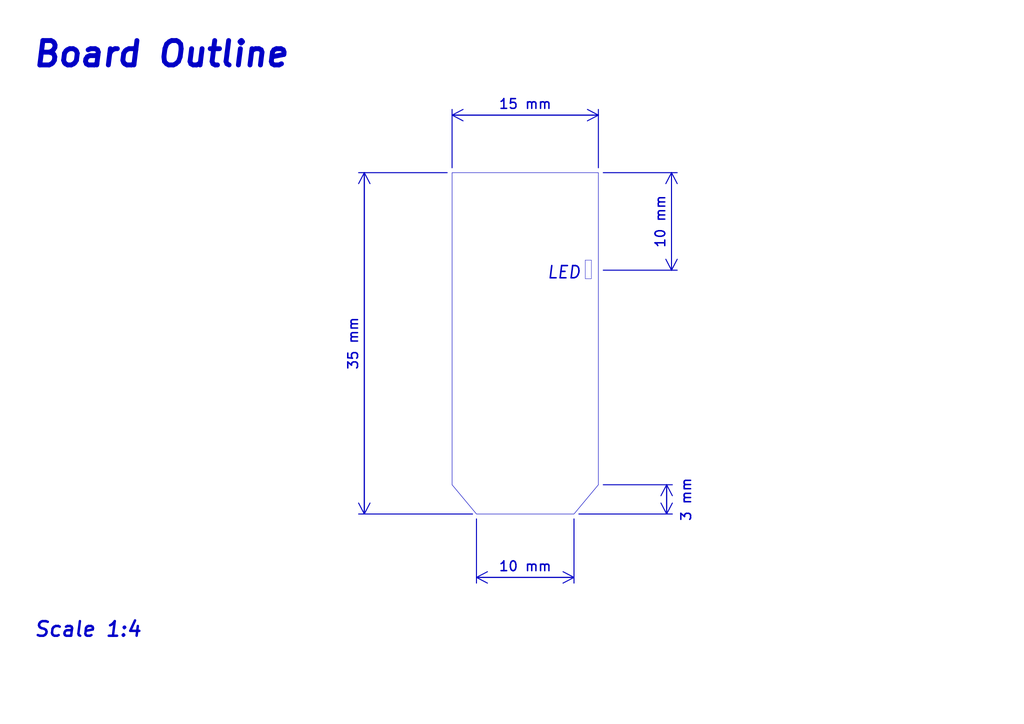
<source format=kicad_sch>
(kicad_sch
	(version 20231120)
	(generator "eeschema")
	(generator_version "8.0")
	(uuid "5e9deeaf-599d-4e37-b745-85a93f7b4bde")
	(paper "A3")
	(title_block
		(title "ESP-PROG Stick")
		(date "2024-10-31")
		(rev "2")
		(company "harexew.com // github.com/harexew")
	)
	(lib_symbols)
	(polyline
		(pts
			(xy 270.544 82.82) (xy 272.6392 82.82)
		)
		(stroke
			(width 0.5999)
			(type solid)
		)
		(uuid "02c22a79-71bc-47e1-beca-65b5746738da")
	)
	(polyline
		(pts
			(xy 144.1632 134.344) (xy 143.9728 133.9628)
		)
		(stroke
			(width 0.5999)
			(type solid)
		)
		(uuid "0485a69c-2d5e-4286-910e-30231ab303f3")
	)
	(polyline
		(pts
			(xy 280.5728 202.9152) (xy 280.7632 202.5344)
		)
		(stroke
			(width 0.5999)
			(type solid)
		)
		(uuid "04904392-2d8c-4434-a5a3-420e78a9140f")
	)
	(polyline
		(pts
			(xy 218.2772 231.5632) (xy 218.658 231.3728)
		)
		(stroke
			(width 0.5999)
			(type solid)
		)
		(uuid "07baf9e5-64ea-4c7f-a9f2-3b5bdb2f3b81")
	)
	(polyline
		(pts
			(xy 205.896 230.9916) (xy 205.5152 231.182)
		)
		(stroke
			(width 0.5999)
			(type solid)
		)
		(uuid "080e5b40-d79e-40b7-b43b-f0cdcaf07c6f")
	)
	(polyline
		(pts
			(xy 280.9536 200.4392) (xy 280.7632 200.2484)
		)
		(stroke
			(width 0.5999)
			(type solid)
		)
		(uuid "0860b261-c20f-4666-953e-955af11a72e0")
	)
	(polyline
		(pts
			(xy 269.0204 96.5344) (xy 268.8296 96.344)
		)
		(stroke
			(width 0.5999)
			(type solid)
		)
		(uuid "087e7843-9565-4744-bcc1-c5871c3a15a2")
	)
	(polyline
		(pts
			(xy 281.144 204.058) (xy 280.7632 203.8676)
		)
		(stroke
			(width 0.5999)
			(type solid)
		)
		(uuid "08b56f89-23d8-49cf-9d6f-20fe6ee9c48d")
	)
	(polyline
		(pts
			(xy 211.42 44.0584) (xy 211.2296 44.2488)
		)
		(stroke
			(width 0.5999)
			(type solid)
		)
		(uuid "08cb92ba-9feb-4474-b22e-a19329e33467")
	)
	(polyline
		(pts
			(xy 217.896 41.9632) (xy 218.0868 42.344)
		)
		(stroke
			(width 0.5999)
			(type solid)
		)
		(uuid "0b1e3367-7429-46f5-812d-38b08193b8c0")
	)
	(polyline
		(pts
			(xy 143.9728 133.3916) (xy 144.1632 133.0104)
		)
		(stroke
			(width 0.5999)
			(type solid)
		)
		(uuid "0cb01759-4451-4761-9d86-d07d8944cc5c")
	)
	(polyline
		(pts
			(xy 269.9728 87.582) (xy 269.9728 87.0104)
		)
		(stroke
			(width 0.5999)
			(type solid)
		)
		(uuid "0da28ee9-4b49-4d0a-9732-a1ea61f77963")
	)
	(polyline
		(pts
			(xy 219.2296 41.7729) (xy 219.6104 41.9632)
		)
		(stroke
			(width 0.5999)
			(type solid)
		)
		(uuid "0dad1f37-650c-495d-8ed6-e5fcd394835f")
	)
	(polyline
		(pts
			(xy 142.6392 144.82) (xy 142.6392 146.7248)
		)
		(stroke
			(width 0.5999)
			(type solid)
		)
		(uuid "0e8317a6-0e86-42cc-a055-609f919adcf5")
	)
	(polyline
		(pts
			(xy 211.0392 233.8488) (xy 210.658 234.0392)
		)
		(stroke
			(width 0.5999)
			(type solid)
		)
		(uuid "0e9073ae-ef68-4b4a-82ef-60a2822c1905")
	)
	(polyline
		(pts
			(xy 219.2296 231.3728) (xy 219.6104 231.5632)
		)
		(stroke
			(width 0.5999)
			(type solid)
		)
		(uuid "0e96d271-4544-4d8d-830e-e99ce2544bc2")
	)
	(polyline
		(pts
			(xy 223.2296 231.5632) (xy 223.42 231.944)
		)
		(stroke
			(width 0.5999)
			(type solid)
		)
		(uuid "0ec0f78a-2e32-4972-9629-d4e95b0266f9")
	)
	(polyline
		(pts
			(xy 275.42 110.82) (xy 275.42 70.82)
		)
		(stroke
			(width 0.3999)
			(type solid)
		)
		(uuid "0f4856cb-906d-41c2-acb7-d0a2fccf48da")
	)
	(polyline
		(pts
			(xy 211.6104 43.6772) (xy 211.42 44.0584)
		)
		(stroke
			(width 0.5999)
			(type solid)
		)
		(uuid "0f8f0498-91e7-4cbc-ba8a-1e8ee27f0afb")
	)
	(polyline
		(pts
			(xy 218.0868 42.344) (xy 218.2772 41.9632)
		)
		(stroke
			(width 0.5999)
			(type solid)
		)
		(uuid "109e4250-8bff-426b-a73d-ca99bfd914a9")
	)
	(polyline
		(pts
			(xy 205.896 41.3916) (xy 205.5152 41.582)
		)
		(stroke
			(width 0.5999)
			(type solid)
		)
		(uuid "10a38a8e-e28b-4e21-9829-d14c333da190")
	)
	(polyline
		(pts
			(xy 280.7632 202.5344) (xy 281.144 202.344)
		)
		(stroke
			(width 0.5999)
			(type solid)
		)
		(uuid "11616ece-b577-41dc-b80f-10db1099f5d6")
	)
	(polyline
		(pts
			(xy 144.3536 139.8676) (xy 144.1632 139.6772)
		)
		(stroke
			(width 0.5999)
			(type solid)
		)
		(uuid "1539037f-7b79-4fc1-90b6-568ee3a63a2e")
	)
	(polyline
		(pts
			(xy 209.7056 230.4204) (xy 209.896 230.2296)
		)
		(stroke
			(width 0.5999)
			(type solid)
		)
		(uuid "17940038-0b1f-4b49-8a40-7fea4b71aa15")
	)
	(polyline
		(pts
			(xy 210.658 230.0392) (xy 211.0392 230.2296)
		)
		(stroke
			(width 0.5999)
			(type solid)
		)
		(uuid "182304c7-d998-4696-acf7-e7485d6e0780")
	)
	(polyline
		(pts
			(xy 273.42 210.82) (xy 275.7656 206.314)
		)
		(stroke
			(width 0.3999)
			(type solid)
		)
		(uuid "18782a74-b85e-4451-9dbb-0d6d8e71431e")
	)
	(polyline
		(pts
			(xy 280.7632 211.296) (xy 280.9536 210.9152)
		)
		(stroke
			(width 0.5999)
			(type solid)
		)
		(uuid "1a4f95c7-850a-44df-88a9-8253ac4024c7")
	)
	(polyline
		(pts
			(xy 219.6104 231.5632) (xy 219.8008 231.944)
		)
		(stroke
			(width 0.5999)
			(type solid)
		)
		(uuid "1b6e8f93-4757-4abc-826b-2735ccb9e15f")
	)
	(polyline
		(pts
			(xy 211.6104 42.7248) (xy 211.6104 43.6772)
		)
		(stroke
			(width 0.5999)
			(type solid)
		)
		(uuid "1d52f8b5-d5b1-4cfd-950d-9f3349294be6")
	)
	(polyline
		(pts
			(xy 211.42 40.4392) (xy 209.5152 40.4392)
		)
		(stroke
			(width 0.5999)
			(type solid)
		)
		(uuid "1e439a74-c7cf-4c1f-a41e-52e07dec286e")
	)
	(polyline
		(pts
			(xy 149.42 70.82) (xy 149.42 210.82)
		)
		(stroke
			(width 0.3999)
			(type solid)
		)
		(uuid "1fd91ca1-3bbf-466e-8fae-de1544d2964e")
	)
	(polyline
		(pts
			(xy 270.1632 81.296) (xy 270.544 81.1056)
		)
		(stroke
			(width 0.5999)
			(type solid)
		)
		(uuid "2003a654-d82e-4a56-b95c-d738c3e0ead3")
	)
	(polyline
		(pts
			(xy 279.2392 213.0104) (xy 279.2392 210.5344)
		)
		(stroke
			(width 0.5999)
			(type solid)
		)
		(uuid "20d88a39-7210-408c-8c25-fdaafae63245")
	)
	(polyline
		(pts
			(xy 149.42 70.82) (xy 149.42 210.82)
		)
		(stroke
			(width 0.3999)
			(type solid)
		)
		(uuid "20eb4e5d-49fe-4bb0-bffb-69e464369361")
	)
	(polyline
		(pts
			(xy 282.8584 210.7248) (xy 283.0488 210.9152)
		)
		(stroke
			(width 0.5999)
			(type solid)
		)
		(uuid "21e856b5-bee8-4d3f-87e4-46ef6328dff7")
	)
	(polyline
		(pts
			(xy 218.2772 41.9632) (xy 218.658 41.7729)
		)
		(stroke
			(width 0.5999)
			(type solid)
		)
		(uuid "221b6c0f-0b5b-40ff-a4a8-4e472c5fd6d0")
	)
	(polyline
		(pts
			(xy 209.896 230.2296) (xy 210.2772 230.0392)
		)
		(stroke
			(width 0.5999)
			(type solid)
		)
		(uuid "2265d26e-3623-4028-97d3-3e8c787222b3")
	)
	(polyline
		(pts
			(xy 216.3724 231.7536) (xy 216.5628 231.5632)
		)
		(stroke
			(width 0.5999)
			(type solid)
		)
		(uuid "22c1f8b8-b753-4ded-b8f5-55889c9af37c")
	)
	(polyline
		(pts
			(xy 272.2584 96.5344) (xy 271.8772 96.7248)
		)
		(stroke
			(width 0.5999)
			(type solid)
		)
		(uuid "22d08662-ffbc-4c63-a5f8-7f3252c789bc")
	)
	(polyline
		(pts
			(xy 283.2392 211.296) (xy 283.2392 212.4392)
		)
		(stroke
			(width 0.5999)
			(type solid)
		)
		(uuid "24e09a62-ecf4-4a5f-ae00-aed7c391ec9b")
	)
	(polyline
		(pts
			(xy 147.0744 210.82) (xy 193.82 210.82)
		)
		(stroke
			(width 0.3999)
			(type solid)
		)
		(uuid "251ba668-02f1-4a89-bca6-d04255934d1e")
	)
	(polyline
		(pts
			(xy 281.5248 210.5344) (xy 282.4772 210.5344)
		)
		(stroke
			(width 0.5999)
			(type solid)
		)
		(uuid "252b5aae-fc41-4675-b953-f4d68c9dc1be")
	)
	(polyline
		(pts
			(xy 216.3724 42.1536) (xy 216.5628 41.9632)
		)
		(stroke
			(width 0.5999)
			(type solid)
		)
		(uuid "26b92ced-8aee-4929-aac8-ac73a70869bd")
	)
	(polyline
		(pts
			(xy 270.1632 88.344) (xy 270.544 88.1532)
		)
		(stroke
			(width 0.5999)
			(type solid)
		)
		(uuid "26ec371d-72f1-4715-a5ae-d5f7c220874d")
	)
	(polyline
		(pts
			(xy 222.8484 41.7729) (xy 223.2296 41.9632)
		)
		(stroke
			(width 0.5999)
			(type solid)
		)
		(uuid "2752d0fd-0537-424d-810e-2c380221ceb8")
	)
	(polyline
		(pts
			(xy 273.42 210.82) (xy 271.0744 206.314)
		)
		(stroke
			(width 0.3999)
			(type solid)
		)
		(uuid "2904601f-9083-4ae9-8806-5b101eb9ebdd")
	)
	(polyline
		(pts
			(xy 221.7056 42.1536) (xy 221.896 41.9632)
		)
		(stroke
			(width 0.5999)
			(type solid)
		)
		(uuid "2aab7492-7f1d-4d03-8552-4be618fdfa80")
	)
	(polyline
		(pts
			(xy 218.0868 231.944) (xy 218.2772 231.5632)
		)
		(stroke
			(width 0.5999)
			(type solid)
		)
		(uuid "2af33745-526b-460e-8207-72680aaf8587")
	)
	(polyline
		(pts
			(xy 270.544 82.82) (xy 270.1632 82.6296)
		)
		(stroke
			(width 0.5999)
			(type solid)
		)
		(uuid "2c9782e6-cfb2-4c8b-9775-ef94072cb4e4")
	)
	(polyline
		(pts
			(xy 223.6104 41.9632) (xy 223.9916 41.7729)
		)
		(stroke
			(width 0.5999)
			(type solid)
		)
		(uuid "2db64374-abed-4160-96d7-29f2210ce688")
	)
	(polyline
		(pts
			(xy 219.6104 41.9632) (xy 219.8008 42.344)
		)
		(stroke
			(width 0.5999)
			(type solid)
		)
		(uuid "2fc00c8f-5e0a-40f0-a98d-8b80343f0f8d")
	)
	(polyline
		(pts
			(xy 183.42 70.82) (xy 147.0744 70.82)
		)
		(stroke
			(width 0.3999)
			(type solid)
		)
		(uuid "30960d50-dbc6-435f-879d-6baa4928c3c5")
	)
	(polyline
		(pts
			(xy 272.4488 96.344) (xy 272.2584 96.5344)
		)
		(stroke
			(width 0.5999)
			(type solid)
		)
		(uuid "309ea4e7-885c-48dc-a40f-1690531f7b00")
	)
	(polyline
		(pts
			(xy 144.544 148.6296) (xy 144.9248 148.4392)
		)
		(stroke
			(width 0.5999)
			(type solid)
		)
		(uuid "32c6413e-e57c-48eb-8777-8499eaa6aa3e")
	)
	(polyline
		(pts
			(xy 146.4488 145.0104) (xy 146.6392 145.3916)
		)
		(stroke
			(width 0.5999)
			(type solid)
		)
		(uuid "3301dd80-998c-4a45-9574-9d74660e6698")
	)
	(polyline
		(pts
			(xy 272.6392 99.582) (xy 268.6392 99.582)
		)
		(stroke
			(width 0.5999)
			(type solid)
		)
		(uuid "3327bbc4-a01b-4c0e-a25f-61fe72fc4537")
	)
	(polyline
		(pts
			(xy 223.42 42.344) (xy 223.6104 41.9632)
		)
		(stroke
			(width 0.5999)
			(type solid)
		)
		(uuid "3676f773-c770-4d3a-8f99-40aef84b3129")
	)
	(polyline
		(pts
			(xy 280.7632 203.8676) (xy 280.5728 203.4868)
		)
		(stroke
			(width 0.5999)
			(type solid)
		)
		(uuid "37b5d7e9-191b-4ae7-83a6-5bab8f40d5ee")
	)
	(polyline
		(pts
			(xy 206.658 44.4392) (xy 206.658 40.4392)
		)
		(stroke
			(width 0.5999)
			(type solid)
		)
		(uuid "381e5b1e-f311-43f6-842c-3d44c2f6ae7d")
	)
	(polyline
		(pts
			(xy 144.3536 145.0104) (xy 144.544 144.82)
		)
		(stroke
			(width 0.5999)
			(type solid)
		)
		(uuid "385654b7-3489-4001-9f9b-a4c6b49979b6")
	)
	(polyline
		(pts
			(xy 235.42 212.82) (xy 235.42 239.1656)
		)
		(stroke
			(width 0.3999)
			(type solid)
		)
		(uuid "391adf0b-c497-4dd0-92f7-7808829b4a0f")
	)
	(polyline
		(pts
			(xy 185.42 47.22) (xy 189.926 49.5657)
		)
		(stroke
			(width 0.3999)
			(type solid)
		)
		(uuid "3b2547e7-5a02-4dba-8798-402389eee716")
	)
	(polyline
		(pts
			(xy 209.7056 233.6584) (xy 209.5152 233.2772)
		)
		(stroke
			(width 0.5999)
			(type solid)
		)
		(uuid "3bec4e2a-95a9-40b5-a19a-aa8ca85a2ef3")
	)
	(polyline
		(pts
			(xy 272.6392 84.5344) (xy 269.9728 84.5344)
		)
		(stroke
			(width 0.5999)
			(type solid)
		)
		(uuid "3c00f633-62b7-49a4-afe6-d11636a9a036")
	)
	(polyline
		(pts
			(xy 281.144 198.7248) (xy 280.7632 198.5344)
		)
		(stroke
			(width 0.5999)
			(type solid)
		)
		(uuid "3d244e41-c8e9-4081-afeb-22ad1ddc89fd")
	)
	(polyline
		(pts
			(xy 144.1632 133.0104) (xy 144.544 132.82)
		)
		(stroke
			(width 0.5999)
			(type solid)
		)
		(uuid "3d6897d2-eba7-430d-b64b-0fe731a92a97")
	)
	(polyline
		(pts
			(xy 211.2296 233.6584) (xy 211.0392 233.8488)
		)
		(stroke
			(width 0.5999)
			(type solid)
		)
		(uuid "3d72ace4-23ec-46eb-b805-dbbf79cec339")
	)
	(polyline
		(pts
			(xy 217.5152 41.7729) (xy 217.896 41.9632)
		)
		(stroke
			(width 0.5999)
			(type solid)
		)
		(uuid "3f284a78-15e6-4548-8a4e-03a4c3978293")
	)
	(polyline
		(pts
			(xy 224.944 231.5632) (xy 225.1344 231.944)
		)
		(stroke
			(width 0.5999)
			(type solid)
		)
		(uuid "3fe39763-54f2-4ad1-b85d-f40ddb70165d")
	)
	(polyline
		(pts
			(xy 223.9916 231.3728) (xy 224.5628 231.3728)
		)
		(stroke
			(width 0.5999)
			(type solid)
		)
		(uuid "40281fac-a5b1-4487-a8b3-11afc9f8532b")
	)
	(polyline
		(pts
			(xy 221.896 231.5632) (xy 222.2772 231.3728)
		)
		(stroke
			(width 0.5999)
			(type solid)
		)
		(uuid "405183c5-adeb-4108-88b5-58446004af7a")
	)
	(polyline
		(pts
			(xy 144.1632 139.6772) (xy 143.9728 139.296)
		)
		(stroke
			(width 0.5999)
			(type solid)
		)
		(uuid "40cd49a6-a38e-4dbe-b2e7-1b080da3141b")
	)
	(polyline
		(pts
			(xy 280.5728 199.8676) (xy 280.5728 199.296)
		)
		(stroke
			(width 0.5999)
			(type solid)
		)
		(uuid "41094d9e-e952-4d77-ad71-42587e124f44")
	)
	(polyline
		(pts
			(xy 283.0488 210.9152) (xy 283.2392 211.296)
		)
		(stroke
			(width 0.5999)
			(type solid)
		)
		(uuid "417df514-5821-45b5-a545-1676c13d2e94")
	)
	(polyline
		(pts
			(xy 217.896 231.5632) (xy 218.0868 231.944)
		)
		(stroke
			(width 0.5999)
			(type solid)
		)
		(uuid "427751cc-1c0e-486f-abba-8680abfbcb85")
	)
	(polyline
		(pts
			(xy 269.4012 94.82) (xy 270.1632 94.6296)
		)
		(stroke
			(width 0.5999)
			(type solid)
		)
		(uuid "43208ef2-7870-490e-aca6-3d4186b2dceb")
	)
	(polyline
		(pts
			(xy 275.42 110.82) (xy 273.0744 106.314)
		)
		(stroke
			(width 0.3999)
			(type solid)
		)
		(uuid "432eb1e0-48ef-403f-8b81-88c7d64c6b67")
	)
	(polyline
		(pts
			(xy 144.1632 149.2008) (xy 144.3536 148.82)
		)
		(stroke
			(width 0.5999)
			(type solid)
		)
		(uuid "4351f356-6b13-41f8-ad4b-dda16fa4c2ca")
	)
	(polyline
		(pts
			(xy 270.1632 82.6296) (xy 269.9728 82.2485)
		)
		(stroke
			(width 0.5999)
			(type solid)
		)
		(uuid "43d191d4-5e08-4ce5-bdcf-6dc90835bd55")
	)
	(polyline
		(pts
			(xy 206.658 230.0392) (xy 206.2772 230.6108)
		)
		(stroke
			(width 0.5999)
			(type solid)
		)
		(uuid "43fa04d2-d7c6-44e8-9d14-1b67c02be531")
	)
	(polyline
		(pts
			(xy 224.5628 231.3728) (xy 224.944 231.5632)
		)
		(stroke
			(width 0.5999)
			(type solid)
		)
		(uuid "44e8992b-bd8b-46a1-ab1d-5e66db70ba03")
	)
	(polyline
		(pts
			(xy 143.9728 133.9628) (xy 143.9728 133.3916)
		)
		(stroke
			(width 0.5999)
			(type solid)
		)
		(uuid "45a46fc9-d004-4b1d-aa0e-1cd79c4c3f8f")
	)
	(polyline
		(pts
			(xy 271.8772 96.7248) (xy 271.1156 96.9152)
		)
		(stroke
			(width 0.5999)
			(type solid)
		)
		(uuid "45b419c7-5a4a-4959-a860-7caa135e4496")
	)
	(polyline
		(pts
			(xy 275.7656 210.82) (xy 237.42 210.82)
		)
		(stroke
			(width 0.3999)
			(type solid)
		)
		(uuid "46533c43-4dc2-470a-aed7-7747468462e5")
	)
	(polyline
		(pts
			(xy 143.9728 137.582) (xy 143.9728 137.0104)
		)
		(stroke
			(width 0.5999)
			(type solid)
		)
		(uuid "466912be-77c2-456a-bc67-0e7931e0bc62")
	)
	(polyline
		(pts
			(xy 272.2584 95.0104) (xy 272.4488 95.2008)
		)
		(stroke
			(width 0.5999)
			(type solid)
		)
		(uuid "46c6ffef-9d16-4f56-8a1c-80661122fbc5")
	)
	(polyline
		(pts
			(xy 270.544 88.1532) (xy 270.1632 87.9628)
		)
		(stroke
			(width 0.5999)
			(type solid)
		)
		(uuid "4773146e-6f95-47a5-b815-92bd95f3edf8")
	)
	(polyline
		(pts
			(xy 272.6392 95.582) (xy 272.6392 95.9628)
		)
		(stroke
			(width 0.5999)
			(type solid)
		)
		(uuid "47753251-8f8d-4aab-b8ee-347a865b1fe0")
	)
	(polyline
		(pts
			(xy 142.6392 150.9152) (xy 142.6392 148.4392)
		)
		(stroke
			(width 0.5999)
			(type solid)
		)
		(uuid "47f2625c-b65a-43fa-9868-752ff7768611")
	)
	(polyline
		(pts
			(xy 269.9728 81.6772) (xy 270.1632 81.296)
		)
		(stroke
			(width 0.5999)
			(type solid)
		)
		(uuid "4aa27a61-5fdb-4823-b970-e02adb6e933f")
	)
	(polyline
		(pts
			(xy 144.3536 148.82) (xy 144.544 148.6296)
		)
		(stroke
			(width 0.5999)
			(type solid)
		)
		(uuid "4b0dd482-2729-4208-b19a-46a925b97efa")
	)
	(polyline
		(pts
			(xy 223.42 231.944) (xy 223.6104 231.5632)
		)
		(stroke
			(width 0.5999)
			(type solid)
		)
		(uuid "4cd8e7a0-e9cd-4538-9196-9ed944d6c8ad")
	)
	(polyline
		(pts
			(xy 273.42 198.82) (xy 273.42 210.82)
		)
		(stroke
			(width 0.3999)
			(type solid)
		)
		(uuid "4fd392ab-9c79-4137-a97d-0eb318c99975")
	)
	(polyline
		(pts
			(xy 223.42 231.944) (xy 223.42 234.0392)
		)
		(stroke
			(width 0.5999)
			(type solid)
		)
		(uuid "50829465-3628-41fe-92cb-940f02df81e3")
	)
	(polyline
		(pts
			(xy 235.42 236.82) (xy 230.914 239.1656)
		)
		(stroke
			(width 0.3999)
			(type solid)
		)
		(uuid "52e7a9e8-0911-4acc-85b2-151251f28747")
	)
	(polyline
		(pts
			(xy 283.0488 212.82) (xy 282.8584 213.0104)
		)
		(stroke
			(width 0.5999)
			(type solid)
		)
		(uuid "552792ee-ab50-468e-b6c5-2fa19fd66482")
	)
	(polyline
		(pts
			(xy 149.42 210.82) (xy 147.0744 206.314)
		)
		(stroke
			(width 0.3999)
			(type solid)
		)
		(uuid "553ee3b1-9d1b-4d90-bb0d-087c765c9503")
	)
	(polyline
		(pts
			(xy 146.4488 146.7248) (xy 146.2584 146.9152)
		)
		(stroke
			(width 0.5999)
			(type solid)
		)
		(uuid "555e1aed-750b-4ec3-9867-c808a8815348")
	)
	(polyline
		(pts
			(xy 211.2296 44.2488) (xy 210.8484 44.4392)
		)
		(stroke
			(width 0.5999)
			(type solid)
		)
		(uuid "55b2f028-544a-4d24-a745-2aa38dccb858")
	)
	(polyline
		(pts
			(xy 221.7056 231.7536) (xy 221.896 231.5632)
		)
		(stroke
			(width 0.5999)
			(type solid)
		)
		(uuid "5606a2f4-b127-4ae5-ace4-c029bdd957ee")
	)
	(polyline
		(pts
			(xy 143.9728 138.7248) (xy 144.1632 138.344)
		)
		(stroke
			(width 0.5999)
			(type solid)
		)
		(uuid "564ccb92-7891-4d02-8e34-910e269be5d8")
	)
	(polyline
		(pts
			(xy 269.9728 88.7248) (xy 270.1632 88.344)
		)
		(stroke
			(width 0.5999)
			(type solid)
		)
		(uuid "5651e323-b3b9-4c44-be5e-35aeff7911a0")
	)
	(polyline
		(pts
			(xy 270.1632 86.6296) (xy 270.544 86.4392)
		)
		(stroke
			(width 0.5999)
			(type solid)
		)
		(uuid "57e20ab7-c974-4c74-a0d3-1ca6fd687f2d")
	)
	(polyline
		(pts
			(xy 280.7632 198.9152) (xy 281.144 198.7248)
		)
		(stroke
			(width 0.5999)
			(type solid)
		)
		(uuid "586e1224-0fc4-4964-858f-f938d836df2b")
	)
	(polyline
		(pts
			(xy 209.896 233.8488) (xy 209.7056 233.6584)
		)
		(stroke
			(width 0.5999)
			(type solid)
		)
		(uuid "5895336d-1a5a-4957-a652-4a932af16b8a")
	)
	(polyline
		(pts
			(xy 217.5152 231.3728) (xy 217.896 231.5632)
		)
		(stroke
			(width 0.5999)
			(type solid)
		)
		(uuid "5a9499eb-01a7-40b0-9692-1ca1d0b768ae")
	)
	(polyline
		(pts
			(xy 275.42 110.82) (xy 277.7656 106.314)
		)
		(stroke
			(width 0.3999)
			(type solid)
		)
		(uuid "5b381804-c967-49e6-a792-9137c173533e")
	)
	(polyline
		(pts
			(xy 269.4012 96.7248) (xy 269.0204 96.5344)
		)
		(stroke
			(width 0.5999)
			(type solid)
		)
		(uuid "5d7618e2-103e-4a77-82e4-caf5b49f5876")
	)
	(polyline
		(pts
			(xy 144.1632 138.344) (xy 144.544 138.1532)
		)
		(stroke
			(width 0.5999)
			(type solid)
		)
		(uuid "5e109af2-0ab3-4327-b3f2-4c60fd9f7166")
	)
	(polyline
		(pts
			(xy 210.2772 230.0392) (xy 210.658 230.0392)
		)
		(stroke
			(width 0.5999)
			(type solid)
		)
		(uuid "5feff3dd-84c7-4967-994f-cfc0a461b90b")
	)
	(polyline
		(pts
			(xy 216.3724 234.0392) (xy 216.3724 231.3728)
		)
		(stroke
			(width 0.5999)
			(type solid)
		)
		(uuid "60db0b00-31b2-4c7b-be9f-d4591812389c")
	)
	(polyline
		(pts
			(xy 219.8008 42.344) (xy 219.8008 44.4392)
		)
		(stroke
			(width 0.5999)
			(type solid)
		)
		(uuid "62aa7d1d-45ce-4e82-88b3-ed5d86475afc")
	)
	(polyline
		(pts
			(xy 268.6392 95.582) (xy 268.8296 95.2008)
		)
		(stroke
			(width 0.5999)
			(type solid)
		)
		(uuid "6367a6d9-5ecb-485b-9921-48329a64c352")
	)
	(polyline
		(pts
			(xy 211.0392 230.2296) (xy 211.2296 230.4204)
		)
		(stroke
			(width 0.5999)
			(type solid)
		)
		(uuid "646554ae-2015-41fd-aa03-7b41beb88dbe")
	)
	(polyline
		(pts
			(xy 273.42 198.82) (xy 275.7656 203.326)
		)
		(stroke
			(width 0.3999)
			(type solid)
		)
		(uuid "66b92fa5-4244-42ce-92f4-02fbbb1ec12e")
	)
	(polyline
		(pts
			(xy 223.9916 41.7729) (xy 224.5628 41.7729)
		)
		(stroke
			(width 0.5999)
			(type solid)
		)
		(uuid "680a5f0d-67fd-4b80-87ce-e918fbf73392")
	)
	(polyline
		(pts
			(xy 210.2772 234.0392) (xy 209.896 233.8488)
		)
		(stroke
			(width 0.5999)
			(type solid)
		)
		(uuid "6837a3ea-e670-440c-9da0-1f1e68a0594c")
	)
	(polyline
		(pts
			(xy 209.896 44.4392) (xy 209.5152 44.2488)
		)
		(stroke
			(width 0.5999)
			(type solid)
		)
		(uuid "686e9d71-4bd1-4bfb-88bb-942ea7d87971")
	)
	(polyline
		(pts
			(xy 185.42 47.22) (xy 189.926 44.8744)
		)
		(stroke
			(width 0.3999)
			(type solid)
		)
		(uuid "692d74fa-de77-47d3-8735-1b21c51df769")
	)
	(polyline
		(pts
			(xy 271.1156 94.6296) (xy 271.8772 94.82)
		)
		(stroke
			(width 0.5999)
			(type solid)
		)
		(uuid "6a85a8b8-f0f7-4c2f-bf93-9360f24f72c7")
	)
	(polyline
		(pts
			(xy 235.42 236.82) (xy 195.42 236.82)
		)
		(stroke
			(width 0.3999)
			(type solid)
		)
		(uuid "6b06261d-b891-4eb3-9c20-b80fd5fa7ebe")
	)
	(polyline
		(pts
			(xy 218.0868 231.944) (xy 218.0868 234.0392)
		)
		(stroke
			(width 0.5999)
			(type solid)
		)
		(uuid "6b15f7ec-f08f-493b-95b1-8140876318a1")
	)
	(polyline
		(pts
			(xy 223.2296 41.9632) (xy 223.42 42.344)
		)
		(stroke
			(width 0.5999)
			(type solid)
		)
		(uuid "6b8bb0e0-dd4b-4c3a-a359-7e117012853b")
	)
	(polyline
		(pts
			(xy 209.3248 42.344) (xy 209.5152 42.1536)
		)
		(stroke
			(width 0.5999)
			(type solid)
		)
		(uuid "6bedfd3f-c730-43f3-8a8a-42411e4df898")
	)
	(polyline
		(pts
			(xy 272.6392 89.8676) (xy 269.9728 89.8676)
		)
		(stroke
			(width 0.5999)
			(type solid)
		)
		(uuid "6c3e751f-54ef-423c-836e-6db84eb65bc7")
	)
	(polyline
		(pts
			(xy 280.7632 200.2484) (xy 280.5728 199.8676)
		)
		(stroke
			(width 0.5999)
			(type solid)
		)
		(uuid "6c428439-1116-441d-8c79-b418b2b5d34c")
	)
	(polyline
		(pts
			(xy 144.9248 144.6296) (xy 145.8772 144.6296)
		)
		(stroke
			(width 0.5999)
			(type solid)
		)
		(uuid "6d16289b-e70b-4827-9223-89e32696a9b2")
	)
	(polyline
		(pts
			(xy 283.2392 200.4392) (xy 280.5728 200.4392)
		)
		(stroke
			(width 0.5999)
			(type solid)
		)
		(uuid "6e069f9d-037c-4761-8a9d-be1cd8404b25")
	)
	(polyline
		(pts
			(xy 280.7632 198.5344) (xy 280.5728 198.1532)
		)
		(stroke
			(width 0.5999)
			(type solid)
		)
		(uuid "6fd0af60-8607-4c01-8132-d14d27c82eb4")
	)
	(polyline
		(pts
			(xy 268.8296 95.2008) (xy 269.0204 95.0104)
		)
		(stroke
			(width 0.5999)
			(type solid)
		)
		(uuid "6fe708bd-0ce7-4d15-899b-4d7a6753c7d9")
	)
	(polyline
		(pts
			(xy 144.544 131.1056) (xy 146.6392 131.1056)
		)
		(stroke
			(width 0.5999)
			(type solid)
		)
		(uuid "73360826-98b4-471e-a49f-381286dd8eb3")
	)
	(polyline
		(pts
			(xy 144.544 144.82) (xy 144.9248 144.6296)
		)
		(stroke
			(width 0.5999)
			(type solid)
		)
		(uuid "741da369-c899-40eb-8813-7ab91cd6455e")
	)
	(polyline
		(pts
			(xy 221.7056 44.4392) (xy 221.7056 41.7729)
		)
		(stroke
			(width 0.5999)
			(type solid)
		)
		(uuid "7483255a-c77c-436e-abbf-20e7dfb88d44")
	)
	(polyline
		(pts
			(xy 144.1632 145.3916) (xy 144.3536 145.0104)
		)
		(stroke
			(width 0.5999)
			(type solid)
		)
		(uuid "75507900-7cfe-4ace-ad70-caff595cc649")
	)
	(polyline
		(pts
			(xy 144.3536 146.7248) (xy 144.1632 146.344)
		)
		(stroke
			(width 0.5999)
			(type solid)
		)
		(uuid "75b53341-8aea-4334-8e1a-d41ebf2cf4d6")
	)
	(polyline
		(pts
			(xy 270.1632 96.9152) (xy 269.4012 96.7248)
		)
		(stroke
			(width 0.5999)
			(type solid)
		)
		(uuid "76150cb3-9cc3-403b-8566-d07a36bbb687")
	)
	(polyline
		(pts
			(xy 211.42 42.344) (xy 211.6104 42.7248)
		)
		(stroke
			(width 0.5999)
			(type solid)
		)
		(uuid "761b7512-3ae9-488a-9d29-a7786ec809b6")
	)
	(polyline
		(pts
			(xy 268.8296 96.344) (xy 268.6392 95.9628)
		)
		(stroke
			(width 0.5999)
			(type solid)
		)
		(uuid "77b9f4f0-fcef-4b29-bd21-913e39c98f85")
	)
	(polyline
		(pts
			(xy 223.6104 231.5632) (xy 223.9916 231.3728)
		)
		(stroke
			(width 0.5999)
			(type solid)
		)
		(uuid "77d7e42c-570d-40fb-86c5-7d11272f4aa2")
	)
	(polyline
		(pts
			(xy 224.5628 41.7729) (xy 224.944 41.9632)
		)
		(stroke
			(width 0.5999)
			(type solid)
		)
		(uuid "788eac21-cfd6-4fc2-b5b0-a72dfecf0e40")
	)
	(polyline
		(pts
			(xy 144.9248 148.4392) (xy 145.8772 148.4392)
		)
		(stroke
			(width 0.5999)
			(type solid)
		)
		(uuid "78cf5cb0-3e54-49c3-9f28-5c02ea85b064")
	)
	(polyline
		(pts
			(xy 211.42 233.2772) (xy 211.2296 233.6584)
		)
		(stroke
			(width 0.5999)
			(type solid)
		)
		(uuid "78e98657-39fb-4e36-83c5-a74dfcbbfe1c")
	)
	(polyline
		(pts
			(xy 281.144 210.7248) (xy 281.5248 210.5344)
		)
		(stroke
			(width 0.5999)
			(type solid)
		)
		(uuid "7964abae-1ecc-44b1-be20-c2bbba773619")
	)
	(polyline
		(pts
			(xy 195.42 236.82) (xy 199.926 234.4744)
		)
		(stroke
			(width 0.3999)
			(type solid)
		)
		(uuid "7b4f440d-3084-4967-bcef-89f239022958")
	)
	(polyline
		(pts
			(xy 280.5728 204.6296) (xy 280.7632 204.2484)
		)
		(stroke
			(width 0.5999)
			(type solid)
		)
		(uuid "7f33a09b-652d-45dc-8f99-d509d779526e")
	)
	(polyline
		(pts
			(xy 280.9536 210.9152) (xy 281.144 210.7248)
		)
		(stroke
			(width 0.5999)
			(type solid)
		)
		(uuid "7f360ed2-6c72-4249-ab1a-6cd327a38351")
	)
	(polyline
		(pts
			(xy 270.1632 87.9628) (xy 269.9728 87.582)
		)
		(stroke
			(width 0.5999)
			(type solid)
		)
		(uuid "80a2bcbc-f08b-4a28-824e-14d621f1c3f0")
	)
	(polyline
		(pts
			(xy 273.42 198.82) (xy 273.42 210.82)
		)
		(stroke
			(width 0.3999)
			(type solid)
		)
		(uuid "815e0c34-d895-4b9a-a986-a3efc62eecbb")
	)
	(polyline
		(pts
			(xy 268.6392 99.582) (xy 269.2108 99.9628)
		)
		(stroke
			(width 0.5999)
			(type solid)
		)
		(uuid "8164fc93-d0e0-4545-bff6-eb1d83816357")
	)
	(polyline
		(pts
			(xy 216.944 41.7729) (xy 217.5152 41.7729)
		)
		(stroke
			(width 0.5999)
			(type solid)
		)
		(uuid "81a0d834-d9a3-4878-9238-5d0635a12d23")
	)
	(polyline
		(pts
			(xy 281.144 204.058) (xy 283.2392 204.058)
		)
		(stroke
			(width 0.5999)
			(type solid)
		)
		(uuid "857bac3c-bada-430e-a8db-11260d6fecf3")
	)
	(polyline
		(pts
			(xy 209.5152 233.2772) (xy 209.3248 232.5156)
		)
		(stroke
			(width 0.5999)
			(type solid)
		)
		(uuid "8702e1ca-4ef2-416c-802b-aeed5232e00c")
	)
	(polyline
		(pts
			(xy 146.6392 145.3916) (xy 146.6392 146.344)
		)
		(stroke
			(width 0.5999)
			(type solid)
		)
		(uuid "8709d713-1cf3-4bd5-bab7-9aad697098ea")
	)
	(polyline
		(pts
			(xy 283.2392 205.7724) (xy 280.5728 205.7724)
		)
		(stroke
			(width 0.5999)
			(type solid)
		)
		(uuid "87493035-51fa-4734-833a-50101016c004")
	)
	(polyline
		(pts
			(xy 144.1632 146.344) (xy 144.1632 145.3916)
		)
		(stroke
			(width 0.5999)
			(type solid)
		)
		(uuid "8753cdfd-f250-4824-ada3-5df00b7abbdc")
	)
	(polyline
		(pts
			(xy 222.2772 41.7729) (xy 222.8484 41.7729)
		)
		(stroke
			(width 0.5999)
			(type solid)
		)
		(uuid "878e047c-303e-429a-aa59-79e15889113b")
	)
	(polyline
		(pts
			(xy 211.6104 232.5156) (xy 211.42 233.2772)
		)
		(stroke
			(width 0.5999)
			(type solid)
		)
		(uuid "8a1eac7c-269e-41f5-ae3f-ef4f6957be22")
	)
	(polyline
		(pts
			(xy 280.5728 198.1532) (xy 280.5728 197.582)
		)
		(stroke
			(width 0.5999)
			(type solid)
		)
		(uuid "8b010d55-15d6-4dfc-bcba-02b53ce9d06c")
	)
	(polyline
		(pts
			(xy 144.1632 136.6296) (xy 144.544 136.4392)
		)
		(stroke
			(width 0.5999)
			(type solid)
		)
		(uuid "8b67ab90-e26a-4566-8c1a-5a04c6647db5")
	)
	(polyline
		(pts
			(xy 211.6104 231.5632) (xy 211.6104 232.5156)
		)
		(stroke
			(width 0.5999)
			(type solid)
		)
		(uuid "8b8192ce-cc96-41e7-b1fd-993400e7912d")
	)
	(polyline
		(pts
			(xy 270.3536 89.8676) (xy 270.1632 89.6772)
		)
		(stroke
			(width 0.5999)
			(type solid)
		)
		(uuid "8c1ac7dd-6637-4187-9be6-65b7620a28a1")
	)
	(polyline
		(pts
			(xy 269.5916 100.344) (xy 269.782 100.7248)
		)
		(stroke
			(width 0.5999)
			(type solid)
		)
		(uuid "8cde835a-6b3b-4707-a756-689b8cc19d2f")
	)
	(polyline
		(pts
			(xy 144.1632 137.9628) (xy 143.9728 137.582)
		)
		(stroke
			(width 0.5999)
			(type solid)
		)
		(uuid "8d633551-76e6-4611-8159-6dbc9e4a5618")
	)
	(polyline
		(pts
			(xy 222.8484 231.3728) (xy 223.2296 231.5632)
		)
		(stroke
			(width 0.5999)
			(type solid)
		)
		(uuid "90790afa-3b7c-43ae-9627-2cb2fd9fcbf6")
	)
	(polyline
		(pts
			(xy 245.42 47.22) (xy 240.914 44.8744)
		)
		(stroke
			(width 0.3999)
			(type solid)
		)
		(uuid "90e90fa7-75bf-43d3-84e7-7a8ce1cd0ddc")
	)
	(polyline
		(pts
			(xy 247.42 110.82) (xy 277.7656 110.82)
		)
		(stroke
			(width 0.3999)
			(type solid)
		)
		(uuid "91163a33-342b-4c58-a32e-95e99b2d1fd3")
	)
	(polyline
		(pts
			(xy 216.5628 231.5632) (xy 216.944 231.3728)
		)
		(stroke
			(width 0.5999)
			(type solid)
		)
		(uuid "93c031e7-ce54-4c5b-b8cd-c49176319b8a")
	)
	(polyline
		(pts
			(xy 271.8772 94.82) (xy 272.2584 95.0104)
		)
		(stroke
			(width 0.5999)
			(type solid)
		)
		(uuid "941fa066-aeff-466f-8f32-6b8543bdc914")
	)
	(polyline
		(pts
			(xy 270.544 86.4392) (xy 272.6392 86.4392)
		)
		(stroke
			(width 0.5999)
			(type solid)
		)
		(uuid "94f5620e-2486-4ffc-8ee5-2b13ea4128ef")
	)
	(polyline
		(pts
			(xy 221.7056 234.0392) (xy 221.7056 231.3728)
		)
		(stroke
			(width 0.5999)
			(type solid)
		)
		(uuid "95266f0b-4a36-4621-b8e8-b28079449c7b")
	)
	(polyline
		(pts
			(xy 280.7632 205.582) (xy 280.5728 205.2008)
		)
		(stroke
			(width 0.5999)
			(type solid)
		)
		(uuid "9688dee3-839d-4fe0-a3f9-1dfca123ff15")
	)
	(polyline
		(pts
			(xy 270.1632 84.344) (xy 269.9728 83.9628)
		)
		(stroke
			(width 0.5999)
			(type solid)
		)
		(uuid "9746a57a-cb02-49e3-8725-ddab2bdb5816")
	)
	(polyline
		(pts
			(xy 211.42 230.8012) (xy 211.6104 231.5632)
		)
		(stroke
			(width 0.5999)
			(type solid)
		)
		(uuid "98146b8b-dade-4a1d-acb8-a36f145bfe45")
	)
	(polyline
		(pts
			(xy 206.2772 41.0108) (xy 205.896 41.3916)
		)
		(stroke
			(width 0.5999)
			(type solid)
		)
		(uuid "98165e1c-a872-4347-b155-f6746414adb6")
	)
	(polyline
		(pts
			(xy 269.9728 82.2485) (xy 269.9728 81.6772)
		)
		(stroke
			(width 0.5999)
			(type solid)
		)
		(uuid "9a01f850-dc1f-45fa-a1f6-30df0820cc48")
	)
	(polyline
		(pts
			(xy 209.5152 42.1536) (xy 209.896 41.9632)
		)
		(stroke
			(width 0.5999)
			(type solid)
		)
		(uuid "9bc70649-0ed8-413d-a92a-d1883007bf6b")
	)
	(polyline
		(pts
			(xy 245.42 44.8744) (xy 245.42 68.82)
		)
		(stroke
			(width 0.3999)
			(type solid)
		)
		(uuid "9c6b07d5-f8e2-408f-aa1c-4555148c9e1a")
	)
	(polyline
		(pts
			(xy 281.144 202.344) (xy 283.2392 202.344)
		)
		(stroke
			(width 0.5999)
			(type solid)
		)
		(uuid "9d3a7001-eaf4-48d9-81ee-48b10c700663")
	)
	(polyline
		(pts
			(xy 269.0204 95.0104) (xy 269.4012 94.82)
		)
		(stroke
			(width 0.5999)
			(type solid)
		)
		(uuid "9dba7cee-f025-463e-85f2-8546e9bebd54")
	)
	(polyline
		(pts
			(xy 211.2296 42.1536) (xy 211.42 42.344)
		)
		(stroke
			(width 0.5999)
			(type solid)
		)
		(uuid "9eb80849-47a9-4714-82ff-06772d298a8e")
	)
	(polyline
		(pts
			(xy 270.544 88.1532) (xy 272.6392 88.1532)
		)
		(stroke
			(width 0.5999)
			(type solid)
		)
		(uuid "9f2875a0-8a9b-4e57-93b0-9c761f226002")
	)
	(polyline
		(pts
			(xy 281.144 198.7248) (xy 283.2392 198.7248)
		)
		(stroke
			(width 0.5999)
			(type solid)
		)
		(uuid "a0c7d499-1797-480a-b9a5-150dc152dec4")
	)
	(polyline
		(pts
			(xy 149.42 210.82) (xy 151.7656 206.314)
		)
		(stroke
			(width 0.3999)
			(type solid)
		)
		(uuid "a278800f-c7c3-4b4f-b22c-ab5b9bb2d8d5")
	)
	(polyline
		(pts
			(xy 206.658 40.4392) (xy 206.2772 41.0108)
		)
		(stroke
			(width 0.5999)
			(type solid)
		)
		(uuid "a3599a85-b223-41c1-9a85-e7252b04f525")
	)
	(polyline
		(pts
			(xy 146.6392 146.344) (xy 146.4488 146.7248)
		)
		(stroke
			(width 0.5999)
			(type solid)
		)
		(uuid "a513f5ee-50d9-4c2c-92a6-41125f55dfae")
	)
	(polyline
		(pts
			(xy 221.896 41.9632) (xy 222.2772 41.7729)
		)
		(stroke
			(width 0.5999)
			(type solid)
		)
		(uuid "a5d72034-37f4-45d3-8420-275880dfc753")
	)
	(polyline
		(pts
			(xy 277.7656 70.82) (xy 247.42 70.82)
		)
		(stroke
			(width 0.3999)
			(type solid)
		)
		(uuid "a71b9a9e-b75e-458d-ba88-25c4680a4fe8")
	)
	(polyline
		(pts
			(xy 269.9728 83.9628) (xy 269.9728 83.3916)
		)
		(stroke
			(width 0.5999)
			(type solid)
		)
		(uuid "a9383f5c-2765-4a14-b7f3-a6eddae3179f")
	)
	(polyline
		(pts
			(xy 272.6392 95.9628) (xy 272.4488 96.344)
		)
		(stroke
			(width 0.5999)
			(type solid)
		)
		(uuid "a9a104f6-f605-4e7e-a43c-7b8c68c15478")
	)
	(polyline
		(pts
			(xy 270.1632 89.6772) (xy 269.9728 89.296)
		)
		(stroke
			(width 0.5999)
			(type solid)
		)
		(uuid "aa5a49c9-abdb-4835-b27b-433647eed430")
	)
	(polyline
		(pts
			(xy 218.658 231.3728) (xy 219.2296 231.3728)
		)
		(stroke
			(width 0.5999)
			(type solid)
		)
		(uuid "acaa1584-4bc7-4b4b-bff5-bde1bbb8e352")
	)
	(polyline
		(pts
			(xy 211.2296 230.4204) (xy 211.42 230.8012)
		)
		(stroke
			(width 0.5999)
			(type solid)
		)
		(uuid "acc881bf-9541-41ba-b827-f69d5722e9f0")
	)
	(polyline
		(pts
			(xy 206.2772 230.6108) (xy 205.896 230.9916)
		)
		(stroke
			(width 0.5999)
			(type solid)
		)
		(uuid "ad101ec4-7330-4421-ba78-b6d7e2b2b9d2")
	)
	(polyline
		(pts
			(xy 143.9728 139.296) (xy 143.9728 138.7248)
		)
		(stroke
			(width 0.5999)
			(type solid)
		)
		(uuid "adf25307-adcc-47be-816a-dc2bf3a3ffe0")
	)
	(polyline
		(pts
			(xy 222.2772 231.3728) (xy 222.8484 231.3728)
		)
		(stroke
			(width 0.5999)
			(type solid)
		)
		(uuid "ae989496-4224-47c8-be7c-f198a817b6bd")
	)
	(polyline
		(pts
			(xy 269.2108 99.9628) (xy 269.5916 100.344)
		)
		(stroke
			(width 0.5999)
			(type solid)
		)
		(uuid "b0eb65d1-c328-4ac6-81c6-bac6c9ef22c6")
	)
	(polyline
		(pts
			(xy 283.2392 212.4392) (xy 283.0488 212.82)
		)
		(stroke
			(width 0.5999)
			(type solid)
		)
		(uuid "b15f9e8f-88af-47bd-80d8-ccf36b1c2884")
	)
	(polyline
		(pts
			(xy 280.5728 199.296) (xy 280.7632 198.9152)
		)
		(stroke
			(width 0.5999)
			(type solid)
		)
		(uuid "b17588b8-1517-4b89-8755-ed97c3933b66")
	)
	(polyline
		(pts
			(xy 280.5728 203.4868) (xy 280.5728 202.9152)
		)
		(stroke
			(width 0.5999)
			(type solid)
		)
		(uuid "b4e18daa-4a49-48d2-ba2f-d3bf94ee12d2")
	)
	(polyline
		(pts
			(xy 272.4488 95.2008) (xy 272.6392 95.582)
		)
		(stroke
			(width 0.5999)
			(type solid)
		)
		(uuid "b58c5162-2f04-49f9-b24f-cc100b5160bc")
	)
	(polyline
		(pts
			(xy 209.3248 231.5632) (xy 209.5152 230.8012)
		)
		(stroke
			(width 0.5999)
			(type solid)
		)
		(uuid "b627face-d1df-4660-b18a-f26ebfead6f7")
	)
	(polyline
		(pts
			(xy 149.42 70.82) (xy 147.0744 75.326)
		)
		(stroke
			(width 0.3999)
			(type solid)
		)
		(uuid "b76728a2-77b7-4e45-882b-1f20d9925a23")
	)
	(polyline
		(pts
			(xy 145.8772 144.6296) (xy 146.2584 144.82)
		)
		(stroke
			(width 0.5999)
			(type solid)
		)
		(uuid "b8b6e656-8830-4a46-9fb0-e3c4c0aa17ad")
	)
	(polyline
		(pts
			(xy 225.1344 231.944) (xy 225.1344 234.0392)
		)
		(stroke
			(width 0.5999)
			(type solid)
		)
		(uuid "b8dd08ad-7978-41bc-8e31-88ab4a713d1a")
	)
	(polyline
		(pts
			(xy 185.42 47.22) (xy 245.42 47.22)
		)
		(stroke
			(width 0.3999)
			(type solid)
		)
		(uuid "b8f83975-4839-469b-902b-c76a2ecb7594")
	)
	(polyline
		(pts
			(xy 268.6392 95.9628) (xy 268.6392 95.582)
		)
		(stroke
			(width 0.5999)
			(type solid)
		)
		(uuid "b8f92d2d-cfc7-4c52-80b9-069eb2112a0a")
	)
	(polyline
		(pts
			(xy 281.144 197.0104) (xy 283.2392 197.0104)
		)
		(stroke
			(width 0.5999)
			(type solid)
		)
		(uuid "ba641e5c-259d-4e5e-a7a8-1841c5ab9fa8")
	)
	(polyline
		(pts
			(xy 270.1632 83.0104) (xy 270.544 82.82)
		)
		(stroke
			(width 0.5999)
			(type solid)
		)
		(uuid "bb4ffbb0-16ac-4af2-9259-b55ec2a74fa0")
	)
	(polyline
		(pts
			(xy 279.2392 210.5344) (xy 280.7632 211.8676)
		)
		(stroke
			(width 0.5999)
			(type solid)
		)
		(uuid "c075e4fc-258c-4af0-9b48-398ef7a4e203")
	)
	(polyline
		(pts
			(xy 269.9728 83.3916) (xy 270.1632 83.0104)
		)
		(stroke
			(width 0.5999)
			(type solid)
		)
		(uuid "c07c6474-4b3c-41f3-ad83-368f74937d32")
	)
	(polyline
		(pts
			(xy 146.2584 148.6296) (xy 146.4488 148.82)
		)
		(stroke
			(width 0.5999)
			(type solid)
		)
		(uuid "c0b4a228-c144-4543-9096-86ff0eebaf4c")
	)
	(polyline
		(pts
			(xy 143.9728 131.6772) (xy 144.1632 131.296)
		)
		(stroke
			(width 0.5999)
			(type solid)
		)
		(uuid "c0dfe389-16c5-4a42-b76c-3ed690df1840")
	)
	(polyline
		(pts
			(xy 207.8008 44.4392) (xy 205.5152 44.4392)
		)
		(stroke
			(width 0.5999)
			(type solid)
		)
		(uuid "c0e1ff3d-db73-4334-8fe1-e9fcc5ad7e61")
	)
	(polyline
		(pts
			(xy 270.3536 84.5344) (xy 270.1632 84.344)
		)
		(stroke
			(width 0.5999)
			(type solid)
		)
		(uuid "c14db600-b926-4f40-b986-832b13e86691")
	)
	(polyline
		(pts
			(xy 144.544 146.9152) (xy 144.3536 146.7248)
		)
		(stroke
			(width 0.5999)
			(type solid)
		)
		(uuid "c395aff9-bdb9-4523-9977-42791d5bb965")
	)
	(polyline
		(pts
			(xy 271.1156 96.9152) (xy 270.1632 96.9152)
		)
		(stroke
			(width 0.5999)
			(type solid)
		)
		(uuid "c459216f-fab9-4dcc-b225-50d875cb1452")
	)
	(polyline
		(pts
			(xy 144.1632 131.296) (xy 144.544 131.1056)
		)
		(stroke
			(width 0.5999)
			(type solid)
		)
		(uuid "c4ddcb18-7219-4851-a5c1-d41ba450f85f")
	)
	(polyline
		(pts
			(xy 209.5152 44.2488) (xy 209.3248 44.0584)
		)
		(stroke
			(width 0.5999)
			(type solid)
		)
		(uuid "c666e58e-0fba-417e-83f6-ea992ada3c09")
	)
	(polyline
		(pts
			(xy 269.9728 87.0104) (xy 270.1632 86.6296)
		)
		(stroke
			(width 0.5999)
			(type solid)
		)
		(uuid "c6be445d-a9b7-4b30-b4fd-5b15ec85ea27")
	)
	(polyline
		(pts
			(xy 223.42 42.344) (xy 223.42 44.4392)
		)
		(stroke
			(width 0.5999)
			(type solid)
		)
		(uuid "c8de21d1-30c9-410f-9cb0-316af5b59308")
	)
	(polyline
		(pts
			(xy 144.544 138.1532) (xy 144.1632 137.9628)
		)
		(stroke
			(width 0.5999)
			(type solid)
		)
		(uuid "ca10f282-e202-42bf-b040-c2115758ad16")
	)
	(polyline
		(pts
			(xy 146.6392 150.344) (xy 146.4488 150.7248)
		)
		(stroke
			(width 0.5999)
			(type solid)
		)
		(uuid "cb7294da-fd81-4f3e-832b-127f95ac216c")
	)
	(polyline
		(pts
			(xy 149.42 70.82) (xy 151.7656 75.326)
		)
		(stroke
			(width 0.3999)
			(type solid)
		)
		(uuid "cbe62d59-367c-40cc-bb66-6b93ce2db2de")
	)
	(polyline
		(pts
			(xy 146.2584 144.82) (xy 146.4488 145.0104)
		)
		(stroke
			(width 0.5999)
			(type solid)
		)
		(uuid "cbf0b810-30ea-4226-8e90-9bcf9dfb4388")
	)
	(polyline
		(pts
			(xy 273.42 198.82) (xy 271.0744 203.326)
		)
		(stroke
			(width 0.3999)
			(type solid)
		)
		(uuid "cc935348-a85f-45c5-8615-0d53cd46aa5b")
	)
	(polyline
		(pts
			(xy 280.5728 205.2008) (xy 280.5728 204.6296)
		)
		(stroke
			(width 0.5999)
			(type solid)
		)
		(uuid "cca6a02c-fdce-4d1f-b155-6dfbeb17659e")
	)
	(polyline
		(pts
			(xy 225.1344 42.344) (xy 225.1344 44.4392)
		)
		(stroke
			(width 0.5999)
			(type solid)
		)
		(uuid "cd9e1e26-15b8-4834-a737-715d8f849dc6")
	)
	(polyline
		(pts
			(xy 142.6392 146.7248) (xy 144.544 146.9152)
		)
		(stroke
			(width 0.5999)
			(type solid)
		)
		(uuid "ce113c23-a10b-43eb-9813-a638ce386e3e")
	)
	(polyline
		(pts
			(xy 209.5152 230.8012) (xy 209.7056 230.4204)
		)
		(stroke
			(width 0.5999)
			(type solid)
		)
		(uuid "cec18d1c-842a-404b-85d5-10e14aaaba24")
	)
	(polyline
		(pts
			(xy 270.544 81.1056) (xy 272.6392 81.1056)
		)
		(stroke
			(width 0.5999)
			(type solid)
		)
		(uuid "d02216df-19ec-455f-bae7-b66284f89b30")
	)
	(polyline
		(pts
			(xy 143.9728 132.2484) (xy 143.9728 131.6772)
		)
		(stroke
			(width 0.5999)
			(type solid)
		)
		(uuid "d02d2061-8dfc-4b84-ba63-79ec07231de6")
	)
	(polyline
		(pts
			(xy 144.544 138.1532) (xy 146.6392 138.1532)
		)
		(stroke
			(width 0.5999)
			(type solid)
		)
		(uuid "d047ba4e-037a-487e-aef6-40db900b0183")
	)
	(polyline
		(pts
			(xy 144.1632 149.7724) (xy 144.1632 149.2008)
		)
		(stroke
			(width 0.5999)
			(type solid)
		)
		(uuid "d0c1fd94-7261-49c6-b1f5-fdbf977d9768")
	)
	(polyline
		(pts
			(xy 146.6392 149.2008) (xy 146.6392 150.344)
		)
		(stroke
			(width 0.5999)
			(type solid)
		)
		(uuid "d14f3ced-df34-49ad-80af-d051a11160ca")
	)
	(polyline
		(pts
			(xy 195.42 236.82) (xy 199.926 239.1656)
		)
		(stroke
			(width 0.3999)
			(type solid)
		)
		(uuid "d1646690-7224-4075-8574-d018840e031b")
	)
	(polyline
		(pts
			(xy 275.42 110.82) (xy 275.42 70.82)
		)
		(stroke
			(width 0.3999)
			(type solid)
		)
		(uuid "d182ba39-c637-4576-b35f-e2d527395e02")
	)
	(polyline
		(pts
			(xy 142.6392 148.4392) (xy 144.1632 149.7724)
		)
		(stroke
			(width 0.5999)
			(type solid)
		)
		(uuid "d297cbc7-8a04-4513-9d8b-992f3aa67b95")
	)
	(polyline
		(pts
			(xy 272.6392 98.4392) (xy 272.6392 100.7248)
		)
		(stroke
			(width 0.5999)
			(type solid)
		)
		(uuid "d2b4b2c3-1a1e-40ab-b298-d3168bf9d526")
	)
	(polyline
		(pts
			(xy 144.544 136.4392) (xy 146.6392 136.4392)
		)
		(stroke
			(width 0.5999)
			(type solid)
		)
		(uuid "d390d5ec-8664-4d16-adf9-452da3b85f83")
	)
	(polyline
		(pts
			(xy 145.8772 148.4392) (xy 146.2584 148.6296)
		)
		(stroke
			(width 0.5999)
			(type solid)
		)
		(uuid "d3e64d62-2521-45b1-8fbb-7b3945d35bad")
	)
	(polyline
		(pts
			(xy 218.658 41.7729) (xy 219.2296 41.7729)
		)
		(stroke
			(width 0.5999)
			(type solid)
		)
		(uuid "d6435c5d-7d9b-48af-9e5e-62d5d3eb1e55")
	)
	(polyline
		(pts
			(xy 146.6392 134.5344) (xy 143.9728 134.5344)
		)
		(stroke
			(width 0.5999)
			(type solid)
		)
		(uuid "d7358145-51d6-4d52-ae70-bad753f4dfbd")
	)
	(polyline
		(pts
			(xy 247.42 198.82) (xy 275.7656 198.82)
		)
		(stroke
			(width 0.3999)
			(type solid)
		)
		(uuid "db4a211d-095f-45ef-94d6-8c453f760c70")
	)
	(polyline
		(pts
			(xy 280.5728 197.582) (xy 280.7632 197.2008)
		)
		(stroke
			(width 0.5999)
			(type solid)
		)
		(uuid "db8d0138-e165-4ae1-b8dc-55f47a1e9cdd")
	)
	(polyline
		(pts
			(xy 144.544 132.82) (xy 146.6392 132.82)
		)
		(stroke
			(width 0.5999)
			(type solid)
		)
		(uuid "dc24f2c7-9453-430f-bfc4-9462bba4055f")
	)
	(polyline
		(pts
			(xy 210.8484 41.9632) (xy 211.2296 42.1536)
		)
		(stroke
			(width 0.5999)
			(type solid)
		)
		(uuid "dcf98149-5251-48e0-a190-b9b07a1847b2")
	)
	(polyline
		(pts
			(xy 206.658 234.0392) (xy 206.658 230.0392)
		)
		(stroke
			(width 0.5999)
			(type solid)
		)
		(uuid "dd450cef-7af7-4ee4-930b-034cebd72dcb")
	)
	(polyline
		(pts
			(xy 282.4772 210.5344) (xy 282.8584 210.7248)
		)
		(stroke
			(width 0.5999)
			(type solid)
		)
		(uuid "ddc5ac79-ccb3-4a2c-9981-48c88cda6d37")
	)
	(polyline
		(pts
			(xy 275.42 70.82) (xy 277.7656 75.326)
		)
		(stroke
			(width 0.3999)
			(type solid)
		)
		(uuid "dff5f0e1-2d9e-4da0-8f20-680e699eea50")
	)
	(polyline
		(pts
			(xy 245.42 47.22) (xy 240.914 49.5657)
		)
		(stroke
			(width 0.3999)
			(type solid)
		)
		(uuid "e0ce8a58-a7f8-41b1-92be-2a54f49f82d0")
	)
	(polyline
		(pts
			(xy 280.7632 197.2008) (xy 281.144 197.0104)
		)
		(stroke
			(width 0.5999)
			(type solid)
		)
		(uuid "e12958c4-cfbb-409c-9275-227e4ed8d8b1")
	)
	(polyline
		(pts
			(xy 144.544 132.82) (xy 144.1632 132.6296)
		)
		(stroke
			(width 0.5999)
			(type solid)
		)
		(uuid "e16fc278-1e9e-486e-b73e-2233b6f557b5")
	)
	(polyline
		(pts
			(xy 280.7632 211.8676) (xy 280.7632 211.296)
		)
		(stroke
			(width 0.5999)
			(type solid)
		)
		(uuid "e231ebad-4624-43df-9447-54ba610aa07b")
	)
	(polyline
		(pts
			(xy 185.42 47.22) (xy 245.42 47.22)
		)
		(stroke
			(width 0.3999)
			(type solid)
		)
		(uuid "e39d3e47-f780-4f80-84d2-7cb06874fe8c")
	)
	(polyline
		(pts
			(xy 280.9536 205.7724) (xy 280.7632 205.582)
		)
		(stroke
			(width 0.5999)
			(type solid)
		)
		(uuid "e3b71882-a0d2-45f8-853d-27814e60e29d")
	)
	(polyline
		(pts
			(xy 269.9728 89.296) (xy 269.9728 88.7248)
		)
		(stroke
			(width 0.5999)
			(type solid)
		)
		(uuid "e73607b0-c496-4ea1-a324-68676769810d")
	)
	(polyline
		(pts
			(xy 210.658 234.0392) (xy 210.2772 234.0392)
		)
		(stroke
			(width 0.5999)
			(type solid)
		)
		(uuid "e8797a39-c131-41a1-a8bf-391df69da8bd")
	)
	(polyline
		(pts
			(xy 146.4488 150.7248) (xy 146.2584 150.9152)
		)
		(stroke
			(width 0.5999)
			(type solid)
		)
		(uuid "ea699099-ee0f-46a1-8109-51cbae834480")
	)
	(polyline
		(pts
			(xy 224.944 41.9632) (xy 225.1344 42.344)
		)
		(stroke
			(width 0.5999)
			(type solid)
		)
		(uuid "eb93572b-4176-47a7-b076-ce27458c0f71")
	)
	(polyline
		(pts
			(xy 216.3724 44.4392) (xy 216.3724 41.7729)
		)
		(stroke
			(width 0.5999)
			(type solid)
		)
		(uuid "ebabcb5b-e473-4fa5-a32e-c2aae569dea6")
	)
	(polyline
		(pts
			(xy 144.3536 134.5344) (xy 144.1632 134.344)
		)
		(stroke
			(width 0.5999)
			(type solid)
		)
		(uuid "ebc7595e-9f14-4dc8-9c3c-f67c46166572")
	)
	(polyline
		(pts
			(xy 270.1632 94.6296) (xy 271.1156 94.6296)
		)
		(stroke
			(width 0.5999)
			(type solid)
		)
		(uuid "ed8ce0dc-8385-4527-9d0e-e4dae8f790b7")
	)
	(polyline
		(pts
			(xy 209.896 41.9632) (xy 210.8484 41.9632)
		)
		(stroke
			(width 0.5999)
			(type solid)
		)
		(uuid "edb79c20-b4a4-4bd5-8025-64f8d7550e60")
	)
	(polyline
		(pts
			(xy 144.1632 132.6296) (xy 143.9728 132.2484)
		)
		(stroke
			(width 0.5999)
			(type solid)
		)
		(uuid "ee9aec6f-a788-4d41-9dc1-6f3826ba6436")
	)
	(polyline
		(pts
			(xy 218.0868 42.344) (xy 218.0868 44.4392)
		)
		(stroke
			(width 0.5999)
			(type solid)
		)
		(uuid "eea0c02b-14d6-4405-b373-9f0e4da88d3f")
	)
	(polyline
		(pts
			(xy 146.4488 148.82) (xy 146.6392 149.2008)
		)
		(stroke
			(width 0.5999)
			(type solid)
		)
		(uuid "ef0d72fb-3d4b-4ed3-97be-3e5a77ac24d8")
	)
	(polyline
		(pts
			(xy 185.42 68.82) (xy 185.42 44.8744)
		)
		(stroke
			(width 0.3999)
			(type solid)
		)
		(uuid "f0982870-09e7-4ef5-9e8e-ac7db1740900")
	)
	(polyline
		(pts
			(xy 209.3248 232.5156) (xy 209.3248 231.5632)
		)
		(stroke
			(width 0.5999)
			(type solid)
		)
		(uuid "f1ca1969-3d62-4323-8e6b-603992d47ee4")
	)
	(polyline
		(pts
			(xy 195.42 239.1656) (xy 195.42 212.82)
		)
		(stroke
			(width 0.3999)
			(type solid)
		)
		(uuid "f1cc6846-4d91-4a79-a367-54772934028e")
	)
	(polyline
		(pts
			(xy 219.8008 231.944) (xy 219.8008 234.0392)
		)
		(stroke
			(width 0.5999)
			(type solid)
		)
		(uuid "f225fc88-d4b6-4172-a00f-3566e07bf75f")
	)
	(polyline
		(pts
			(xy 207.8008 234.0392) (xy 205.5152 234.0392)
		)
		(stroke
			(width 0.5999)
			(type solid)
		)
		(uuid "f4479d25-88f2-4734-85fd-a9045b61ee98")
	)
	(polyline
		(pts
			(xy 216.5628 41.9632) (xy 216.944 41.7729)
		)
		(stroke
			(width 0.5999)
			(type solid)
		)
		(uuid "f58c0802-18ff-499e-9ab9-05ca7e9a5718")
	)
	(polyline
		(pts
			(xy 216.944 231.3728) (xy 217.5152 231.3728)
		)
		(stroke
			(width 0.5999)
			(type solid)
		)
		(uuid "f933720b-5508-45b8-9e9b-231938083cc3")
	)
	(polyline
		(pts
			(xy 235.42 236.82) (xy 195.42 236.82)
		)
		(stroke
			(width 0.3999)
			(type solid)
		)
		(uuid "fa493fe3-fad2-4932-97a7-6dc3b2efda5a")
	)
	(polyline
		(pts
			(xy 235.42 236.82) (xy 230.914 234.4744)
		)
		(stroke
			(width 0.3999)
			(type solid)
		)
		(uuid "fadabbf6-36b0-4b68-8da5-93eca1bf2e2d")
	)
	(polyline
		(pts
			(xy 209.5152 40.4392) (xy 209.3248 42.344)
		)
		(stroke
			(width 0.5999)
			(type solid)
		)
		(uuid "fb76f74a-2af4-4209-8269-14ae4ca278b9")
	)
	(polyline
		(pts
			(xy 210.8484 44.4392) (xy 209.896 44.4392)
		)
		(stroke
			(width 0.5999)
			(type solid)
		)
		(uuid "fbd3ed55-6a84-4936-baaf-069943732c3d")
	)
	(polyline
		(pts
			(xy 143.9728 137.0104) (xy 144.1632 136.6296)
		)
		(stroke
			(width 0.5999)
			(type solid)
		)
		(uuid "fc4eb2d6-77bf-42c9-937b-6aff3fa68902")
	)
	(polyline
		(pts
			(xy 146.6392 139.8676) (xy 143.9728 139.8676)
		)
		(stroke
			(width 0.5999)
			(type solid)
		)
		(uuid "feb880f8-8e79-40a2-8654-66b2f68c13d7")
	)
	(polyline
		(pts
			(xy 275.42 70.82) (xy 273.0744 75.326)
		)
		(stroke
			(width 0.3999)
			(type solid)
		)
		(uuid "ff04e6b0-beba-4e2b-b4c0-e7a7d2f7f238")
	)
	(polyline
		(pts
			(xy 280.7632 204.2484) (xy 281.144 204.058)
		)
		(stroke
			(width 0.5999)
			(type solid)
		)
		(uuid "ff25ff5d-8a97-4a3c-9492-dfb9c1ce1981")
	)
	(rectangle
		(start 240.03 106.68)
		(end 242.57 114.3)
		(stroke
			(width 0)
			(type default)
		)
		(fill
			(type none)
		)
		(uuid 7ab8bf26-a4c6-40e8-9826-83f18325602a)
	)
	(polyline
		(pts
			(xy 245.42 198.82) (xy 235.42 210.82) (xy 195.42 210.82) (xy 185.42 198.82) (xy 185.42 70.82) (xy 245.42 70.82)
			(xy 245.42 198.82)
		)
		(stroke
			(width 0.1999)
			(type solid)
		)
		(fill
			(type none)
		)
		(uuid c1e87b67-b35d-40e3-8d62-6d7bf6292901)
	)
	(text "Scale 1:4"
		(exclude_from_sim no)
		(at 36.068 254.762 0)
		(effects
			(font
				(size 6 6)
				(thickness 1)
				(italic yes)
			)
			(justify top)
		)
		(uuid "70308221-3795-4d2f-8e70-e9fe1bad7dda")
	)
	(text "LED"
		(exclude_from_sim no)
		(at 238.506 108.966 0)
		(effects
			(font
				(size 5 5)
				(thickness 0.625)
				(italic yes)
			)
			(justify right top)
		)
		(uuid "a54e2503-2f1c-45bb-951d-1616b5694675")
	)
	(text "Board Outline"
		(exclude_from_sim no)
		(at 12.7 16.51 0)
		(effects
			(font
				(size 10 10)
				(thickness 2)
				(bold yes)
				(italic yes)
			)
			(justify left top)
		)
		(uuid "ab5e5dd9-1c02-4db1-98fd-d33b5efd9e5c")
	)
)

</source>
